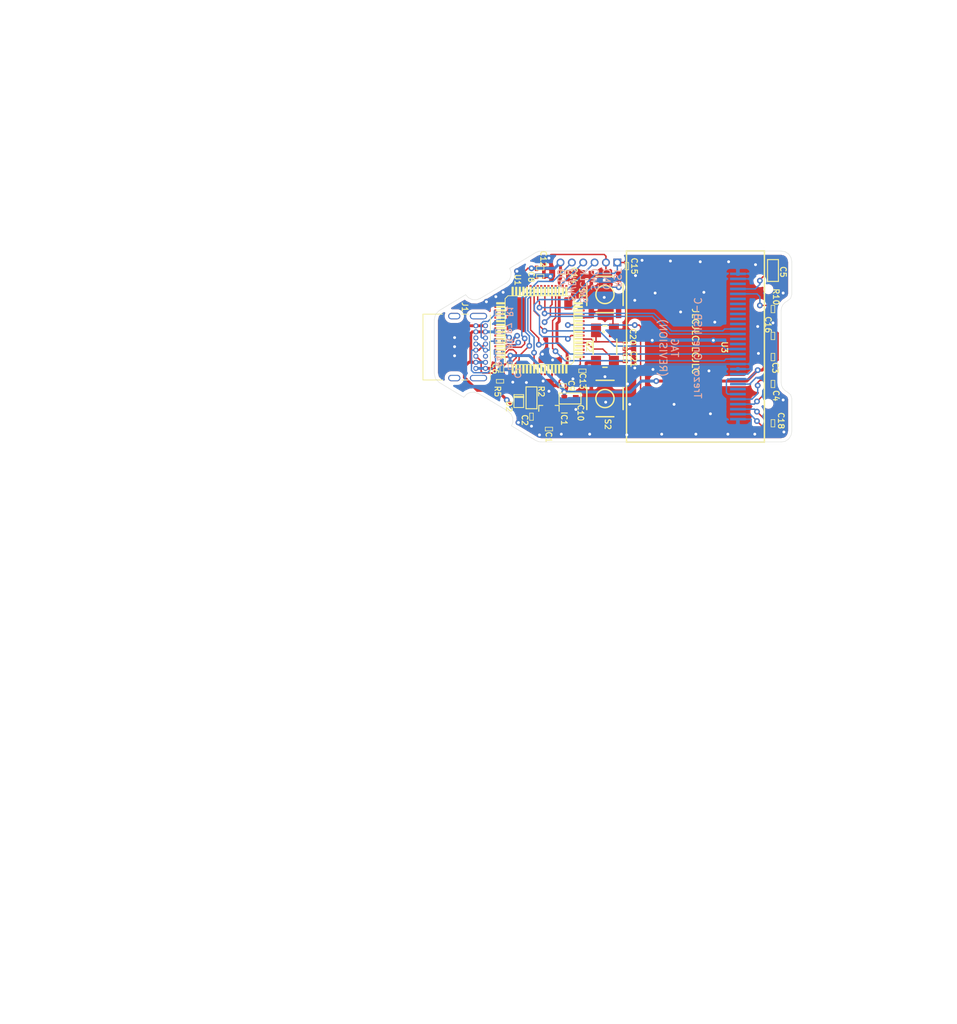
<source format=kicad_pcb>
(kicad_pcb (version 20211014) (generator pcbnew)
  (layers (0 "F.Cu" signal "Top") (31 "B.Cu" signal "Bottom") (34 "B.Paste" user) (35 "F.Paste" user) (36 "B.SilkS" user "B.Silkscreen") (37 "F.SilkS" user "F.Silkscreen") (38 "B.Mask" user) (39 "F.Mask" user) (44 "Edge.Cuts" user))
  (property "DATE" "YYYY-MM-DD HH:MM:SS")
  (property "REVISION" "REVISION")
  (property "TAG" "TAG")
  (net 0 "")
  (net 1 "GND")
  (net 2 "VCC")
  (net 3 "+3V3")
  (net 4 "+5V")
  (net 5 "Net-(C5-Pad2)")
  (net 6 "Net-(R10-PadP$2)")
  (net 13 "Net-(U1-Pad23)")
  (net 14 "Net-(U1-Pad21)")
  (net 17 "Net-(U1-Pad26)")
  (net 18 "Net-(U1-Pad27)")
  (net 19 "Net-(U1-Pad20)")
  (net 21 "Net-(C4-PadP$2)")
  (net 22 "Net-(C4-PadP$1)")
  (net 23 "Net-(C18-PadP$2)")
  (net 24 "Net-(C18-PadP$1)")
  (net 25 "Net-(C21-PadP$2)")
  (net 26 "Net-(C20-PadP$2)")
  (net 31 "Net-(U1-Pad55)")
  (net 34 "Net-(K2-Pad4)")
  (net 35 "Net-(C6-PadP$2)")
  (net 36 "Net-(K2-Pad5)")
  (net 37 "Net-(R4-PadP$1)")
  (net 38 "Net-(R3-PadP$1)")
  (net 40 "Net-(R7-PadP$1)")
  (net 44 "Net-(C8-PadP$2)")
  (net 55 "Net-(C15-PadP$2)")
  (net 56 "Net-(D2-PadK)")
  (net 57 "USB_SHIELD")
  (net 58 "USB_5V")
  (net 59 "USB_DP")
  (net 60 "USB_DM")
  (net 61 "Net-(J1-PadB5)")
  (net 62 "Net-(J1-PadA5)")
  (net 63 "Net-(S1-Pad1)")
  (net 64 "Net-(S2-Pad1)")
  (footprint "trezor_v1.1:UG-2864HSWEG01_0.96IN_WRAPAROUND" (layer "F.Cu") (at 164.7444 105.0036 90)
    (fp_text reference "U3")
    (fp_text value "DISPLAY")
  )
  (footprint "trezor_v1.1:TACTILE_SWITCH_SMD" (layer "F.Cu") (at 147.3708 97.7392 -90)
    (fp_text reference "S1")
    (fp_text value "SWITCH-MOMENTARY-2SMD" hide)
  )
  (footprint "trezor_v1.1:TACTILE_SWITCH_SMD" (layer "F.Cu") (at 147.3708 112.268 -90)
    (fp_text reference "S2")
    (fp_text value "SWITCH-MOMENTARY-2SMD" hide)
  )
  (footprint "trezor_v1.1:CTS406" (layer "F.Cu") (at 147.3708 105.0036 -90)
    (fp_text reference "Q2")
    (fp_text value "8MHz")
  )
  (footprint "trezor_v1.1:SOT23" (layer "F.Cu") (at 139.5476 113.8936)
    (fp_text reference "IC1")
    (fp_text value "MCP1703T-3302E/CB")
  )
  (footprint "trezor_v1.1:SWD" (layer "F.Cu") (at 149.098 93.2688 180)
    (fp_text reference "K2" hide)
    (fp_text value "SWD" hide)
  )
  (footprint "trezor_v1.1:0603" (layer "F.Cu") (at 137.1092 112.1664 -90)
    (fp_text reference "R2")
    (fp_text value "MF-FSMF020X-2 ")
  )
  (footprint "trezor_v1.1:SOD323" (layer "F.Cu") (at 135.3312 112.6236 90)
    (fp_text reference "D2")
    (fp_text value "BAT60BWS")
  )
  (footprint "trezor_v1.1:0402" (layer "F.Cu") (at 150.2156 104.8512 90)
    (fp_text reference "C20")
    (fp_text value "22p")
  )
  (footprint "trezor_v1.1:0402" (layer "F.Cu") (at 150.2156 106.5784 -90)
    (fp_text reference "C21")
    (fp_text value "22p")
  )
  (footprint "trezor_v1.1:0402" (layer "F.Cu") (at 138.3284 95.1992 180)
    (fp_text reference "C8")
    (fp_text value "2u2")
  )
  (footprint "trezor_v1.1:0402" (layer "F.Cu") (at 132.969 108.077 90)
    (fp_text reference "C6")
    (fp_text value "2u2")
  )
  (footprint "trezor_v1.1:0402" (layer "F.Cu") (at 141.478 110.4392)
    (fp_text reference "C9")
    (fp_text value "100n")
  )
  (footprint "trezor_v1.1:0402" (layer "F.Cu") (at 138.3284 94.0816 180)
    (fp_text reference "C12")
    (fp_text value "100n")
  )
  (footprint "trezor_v1.1:0402" (layer "F.Cu") (at 144.2212 108.4072 180)
    (fp_text reference "C13")
    (fp_text value "100n")
  )
  (footprint "trezor_v1.1:0402" (layer "F.Cu") (at 141.6812 94.6912 180)
    (fp_text reference "C14")
    (fp_text value "100n")
  )
  (footprint "trezor_v1.1:0402" (layer "F.Cu") (at 150.4188 93.7768 90)
    (fp_text reference "C15")
    (fp_text value "100n")
  )
  (footprint "trezor_v1.1:0402" (layer "F.Cu") (at 170.8404 103.5304 90)
    (fp_text reference "C16")
    (fp_text value "100n")
  )
  (footprint "trezor_v1.1:0402" (layer "F.Cu") (at 170.8404 110.236 90)
    (fp_text reference "C4")
    (fp_text value "1u")
  )
  (footprint "trezor_v1.1:0402" (layer "F.Cu") (at 170.8404 115.7224 90)
    (fp_text reference "C18")
    (fp_text value "1u")
  )
  (footprint "trezor_v1.1:0402" (layer "F.Cu") (at 139.5476 116.5352 180)
    (fp_text reference "C1")
    (fp_text value "1u")
  )
  (footprint "trezor_v1.1:0402" (layer "F.Cu") (at 137.1092 114.808 -90)
    (fp_text reference "C2")
    (fp_text value "1u")
  )
  (footprint "trezor_v1.1:0603" (layer "F.Cu") (at 142.494 112.268 180)
    (fp_text reference "C10")
    (fp_text value "4u7")
  )
  (footprint "trezor_v1.1:0402" (layer "F.Cu") (at 170.8404 99.7712 90)
    (fp_text reference "R10")
    (fp_text value "390k")
  )
  (footprint "trezor_v1.1:0603" (layer "F.Cu") (at 170.8404 94.3864 -90)
    (fp_text reference "C5")
    (fp_text value "2u2")
  )
  (footprint "Gigahawk:USB_C_Receptacle_GCT_USB4085" (layer "F.Cu") (at 130.683 102.108 -90)
    (fp_text reference "J1")
    (fp_text value "USB_C_Receptacle_USB2.0")
  )
  (footprint "trezor_v1.1:0402" (layer "F.Cu") (at 132.715 109.855)
    (fp_text reference "R5")
    (fp_text value "5.1k")
  )
  (footprint "trezor_v1.1:TQFP64" (layer "F.Cu") (at 138.2268 102.7176 180)
    (fp_text reference "U1")
    (fp_text value "STM32F205RET6")
  )
  (footprint "trezor_v1.1:0402" (layer "F.Cu") (at 170.8404 106.4768 -90)
    (fp_text reference "C3")
    (fp_text value "1u")
  )
  (footprint "trezor_v1.1:0402" (layer "B.Cu") (at 132.588 104.267 180)
    (fp_text reference "R3")
    (fp_text value "22R")
  )
  (footprint "trezor_v1.1:0402" (layer "B.Cu") (at 132.588 102.87 180)
    (fp_text reference "R7")
    (fp_text value "12k")
  )
  (footprint "trezor_v1.1:0402" (layer "B.Cu") (at 134.112 107.696 90)
    (fp_text reference "C7")
    (fp_text value "100n")
  )
  (footprint "trezor_v1.1:0402" (layer "B.Cu") (at 132.588 100.33)
    (fp_text reference "R1")
    (fp_text value "5.1k")
  )
  (footprint "trezor_v1.1:0402" (layer "B.Cu") (at 132.588 105.791 180)
    (fp_text reference "R4")
    (fp_text value "22R")
  )
  (gr_line (start 127.9144 97.7646) (end 128.2954 98.1964) (layer "Edge.Cuts") (width 0.05))
  (gr_line (start 172.212 99.187) (end 172.0342 99.568) (layer "Edge.Cuts") (width 0.05))
  (gr_line (start 129.413 98.4758) (end 129.9718 98.2726) (layer "Edge.Cuts") (width 0.05))
  (gr_line (start 128.8288 98.4504) (end 129.413 98.4758) (layer "Edge.Cuts") (width 0.05))
  (gr_line (start 128.2954 98.1964) (end 128.8288 98.4504) (layer "Edge.Cuts") (width 0.05))
  (gr_line (start 172.0342 99.568) (end 171.9834 99.9998) (layer "Edge.Cuts") (width 0.05))
  (gr_line (start 128.5748 111.4044) (end 128.0414 111.6584) (layer "Edge.Cuts") (width 0.05))
  (gr_line (start 128.0414 111.6584) (end 127.6604 112.0902) (layer "Edge.Cuts") (width 0.05))
  (gr_line (start 173.3042 111.7346) (end 172.8724 111.379) (layer "Edge.Cuts") (width 0.05))
  (gr_line (start 173.3042 98.2726) (end 173.482 97.7138) (layer "Edge.Cuts") (width 0.05))
  (gr_line (start 129.7178 111.5822) (end 133.8072 114.0206) (layer "Edge.Cuts") (width 0.05))
  (gr_line (start 173.355 117.4242) (end 173.482 116.84) (layer "Edge.Cuts") (width 0.05))
  (gr_line (start 172.8724 98.6282) (end 172.5168 98.8568) (layer "Edge.Cuts") (width 0.05))
  (gr_line (start 138.5062 118.3386) (end 171.9834 118.3386) (layer "Edge.Cuts") (width 0.05))
  (gr_line (start 172.5676 118.237) (end 173.0502 117.9068) (layer "Edge.Cuts") (width 0.05))
  (gr_line (start 172.5168 98.8568) (end 172.212 99.187) (layer "Edge.Cuts") (width 0.05))
  (gr_line (start 134.2644 94.6404) (end 134.0612 94.0816) (layer "Edge.Cuts") (width 0.05))
  (gr_line (start 173.0502 92.1004) (end 172.5422 91.7702) (layer "Edge.Cuts") (width 0.05))
  (gr_line (start 172.212 110.8202) (end 172.5168 111.1504) (layer "Edge.Cuts") (width 0.05))
  (gr_line (start 127.9144 97.7646) (end 124.2314 99.9744) (layer "Edge.Cuts") (width 0.05))
  (gr_line (start 138.5062 91.6686) (end 138.0998 91.7194) (layer "Edge.Cuts") (width 0.05))
  (gr_line (start 172.5422 91.7702) (end 171.9834 91.6686) (layer "Edge.Cuts") (width 0.05))
  (gr_line (start 134.239 114.427) (end 133.8072 114.0206) (layer "Edge.Cuts") (width 0.05))
  (gr_line (start 173.482 112.2934) (end 173.3042 111.7346) (layer "Edge.Cuts") (width 0.05))
  (gr_line (start 134.2136 95.2246) (end 134.2644 94.6404) (layer "Edge.Cuts") (width 0.05))
  (gr_line (start 173.355 92.583) (end 173.0502 92.1004) (layer "Edge.Cuts") (width 0.05))
  (gr_line (start 172.5168 111.1504) (end 172.8724 111.379) (layer "Edge.Cuts") (width 0.05))
  (gr_line (start 123.5202 108.7628) (end 123.698 109.4994) (layer "Edge.Cuts") (width 0.05))
  (gr_line (start 123.698 100.5078) (end 123.5202 101.2698) (layer "Edge.Cuts") (width 0.05))
  (gr_line (start 129.7178 111.5822) (end 129.159 111.379) (layer "Edge.Cuts") (width 0.05))
  (gr_line (start 123.698 109.4994) (end 124.2314 110.0328) (layer "Edge.Cuts") (width 0.05))
  (gr_line (start 172.8724 98.6282) (end 173.3042 98.2726) (layer "Edge.Cuts") (width 0.05))
  (gr_line (start 173.482 116.84) (end 173.482 112.2934) (layer "Edge.Cuts") (width 0.05))
  (gr_line (start 133.5532 96.139) (end 129.9718 98.2726) (layer "Edge.Cuts") (width 0.05))
  (gr_line (start 124.2314 110.0328) (end 127.6604 112.0902) (layer "Edge.Cuts") (width 0.05))
  (gr_line (start 171.9834 110.0074) (end 171.9834 99.9998) (layer "Edge.Cuts") (width 0.05))
  (gr_line (start 171.9834 118.3386) (end 172.5676 118.237) (layer "Edge.Cuts") (width 0.05))
  (gr_line (start 137.7188 118.1354) (end 138.0998 118.2878) (layer "Edge.Cuts") (width 0.05))
  (gr_line (start 137.7188 91.8718) (end 134.0612 94.0816) (layer "Edge.Cuts") (width 0.05))
  (gr_line (start 134.3152 116.078) (end 137.7188 118.1354) (layer "Edge.Cuts") (width 0.05))
  (gr_line (start 173.482 97.7138) (end 173.482 93.1672) (layer "Edge.Cuts") (width 0.05))
  (gr_line (start 124.2314 99.9744) (end 123.698 100.5078) (layer "Edge.Cuts") (width 0.05))
  (gr_line (start 133.5532 96.139) (end 133.985 95.758) (layer "Edge.Cuts") (width 0.05))
  (gr_line (start 138.0998 91.7194) (end 137.7188 91.8718) (layer "Edge.Cuts") (width 0.05))
  (gr_line (start 172.0342 110.4392) (end 172.212 110.8202) (layer "Edge.Cuts") (width 0.05))
  (gr_line (start 123.5202 101.2698) (end 123.5202 108.7628) (layer "Edge.Cuts") (width 0.05))
  (gr_line (start 173.0502 117.9068) (end 173.355 117.4242) (layer "Edge.Cuts") (width 0.05))
  (gr_line (start 138.0998 118.2878) (end 138.5062 118.3386) (layer "Edge.Cuts") (width 0.05))
  (gr_line (start 134.5184 115.5446) (end 134.493 114.9604) (layer "Edge.Cuts") (width 0.05))
  (gr_line (start 134.493 114.9604) (end 134.239 114.427) (layer "Edge.Cuts") (width 0.05))
  (gr_line (start 134.3152 116.078) (end 134.5184 115.5446) (layer "Edge.Cuts") (width 0.05))
  (gr_line (start 171.9834 110.0074) (end 172.0342 110.4392) (layer "Edge.Cuts") (width 0.05))
  (gr_line (start 129.159 111.379) (end 128.5748 111.4044) (layer "Edge.Cuts") (width 0.05))
  (gr_line (start 171.9834 91.6686) (end 138.5062 91.6686) (layer "Edge.Cuts") (width 0.05))
  (gr_line (start 133.985 95.758) (end 134.2136 95.2246) (layer "Edge.Cuts") (width 0.05))
  (gr_line (start 173.482 93.1672) (end 173.355 92.583) (layer "Edge.Cuts") (width 0.05))
  (gr_text "GND" (at 147.574 93.98 270) (layer "B.SilkS") (effects (font (size 1 1)) (justify right mirror)))
  (gr_text "SWO" (at 145.923 93.98 270) (layer "B.SilkS") (effects (font (size 1 1)) (justify right mirror)))
  (gr_text "SWCLK" (at 144.4 93.98 270) (layer "B.SilkS") (effects (font (size 1 1)) (justify right mirror)))
  (gr_text "SWDIO" (at 142.748 93.98 270) (layer "B.SilkS") (effects (font (size 1 1)) (justify right mirror)))
  (gr_text "VDD" (at 141.224 93.98 270) (layer "B.SilkS") (effects (font (size 1 1)) (justify right mirror)))
  (gr_text "RST" (at 149.1 93.98 270) (layer "B.SilkS") (effects (font (size 1 1)) (justify right mirror)))
  (gr_text "Trezor One USB-C\n\n${TAG}\n(${REVISION})" (at 157.9 105.2 270) (layer "B.SilkS") (effects (font (size 1 1)) (justify mirror)))
  (gr_text "JLCJLCJLCJLC" (at 160 104.3 -90) (layer "F.SilkS") (effects (font (size 0.9 0.9))))
  (segment (start 139.9768 110.1572) (end 140.2588 110.4392) (width 0.2032) (layer "F.Cu") (net 1))
  (segment (start 138.43 116.5352) (end 139.0396 116.5352) (width 0.2032) (layer "F.Cu") (net 1))
  (segment (start 141.4768 96.1148) (end 142.1892 95.4024) (width 0.2032) (layer "F.Cu") (net 1))
  (segment (start 147.2692 92.1512) (end 139.8524 92.1512) (width 0.2032) (layer "F.Cu") (net 1))
  (segment (start 137.6832 115.316) (end 137.8204 115.316) (width 0.2032) (layer "F.Cu") (net 1))
  (segment (start 139.9768 109.8296) (end 139.9768 110.1572) (width 0.2032) (layer "F.Cu") (net 1))
  (segment (start 138.7348 109.8296) (end 139.9768 109.8296) (width 0.2032) (layer "F.Cu") (net 1))
  (segment (start 145.4658 112.268) (end 145.4658 109.728) (width 0.2032) (layer "F.Cu") (net 1))
  (segment (start 142.1892 95.4024) (end 142.1892 94.6912) (width 0.2032) (layer "F.Cu") (net 1))
  (segment (start 139.8524 92.1512) (end 138.8364 93.1672) (width 0.2032) (layer "F.Cu") (net 1))
  (segment (start 144.7292 109.728) (end 145.4658 109.728) (width 0.2032) (layer "F.Cu") (net 1))
  (segment (start 140.2588 110.4392) (end 140.97 110.4392) (width 0.2032) (layer "F.Cu") (net 1))
  (segment (start 144.7292 108.4072) (end 144.7292 109.728) (width 0.2032) (layer "F.Cu") (net 1))
  (segment (start 147.5105 93.2688) (end 147.5105 94.7547) (width 0.2032) (layer "F.Cu") (net 1))
  (segment (start 138.8364 93.1672) (end 138.8364 94.0816) (width 0.2032) (layer "F.Cu") (net 1))
  (segment (start 145.4658 95.1992) (end 145.4658 100.2792) (width 0.2032) (layer "F.Cu") (net 1))
  (segment (start 141.4768 108.4176) (end 141.4768 109.3228) (width 0.2032) (layer "F.Cu") (net 1))
  (segment (start 145.4658 95.1992) (end 143.6116 95.1992) (width 0.2032) (layer "F.Cu") (net 1))
  (segment (start 143.6116 95.1992) (end 143.1036 94.6912) (width 0.2032) (layer "F.Cu") (net 1))
  (segment (start 147.5105 92.3925) (end 147.2692 92.1512) (width 0.2032) (layer "F.Cu") (net 1))
  (segment (start 137.1092 115.316) (end 137.6832 115.316) (width 0.2032) (layer "F.Cu") (net 1))
  (segment (start 143.294 112.268) (end 145.4658 112.268) (width 0.2032) (layer "F.Cu") (net 1))
  (segment (start 137.8204 115.316) (end 137.8204 115.0112) (width 0.2032) (layer "F.Cu") (net 1))
  (segment (start 138.8364 94.0816) (end 138.8364 95.1992) (width 0.2032) (layer "F.Cu") (net 1))
  (segment (start 145.4658 114.808) (end 145.4658 112.268) (width 0.2032) (layer "F.Cu") (net 1))
  (segment (start 145.4658 100.9676) (end 145.4658 100.2792) (width 0.2032) (layer "F.Cu") (net 1))
  (segment (start 141.0716 109.728) (end 140.97 109.8296) (width 0.2032) (layer "F.Cu") (net 1))
  (segment (start 147.066 95.1992) (end 145.4658 95.1992) (width 0.2032) (layer "F.Cu") (net 1))
  (segment (start 139.9768 108.4176) (end 139.9768 109.8296) (width 0.2032) (layer "F.Cu") (net 1))
  (segment (start 136.398 109.8296) (end 138.7348 109.8296) (width 0.2032) (layer "F.Cu") (net 1))
  (segment (start 147.5105 93.2688) (end 147.5105 92.3925) (width 0.2032) (layer "F.Cu") (net 1))
  (segment (start 141.4768 97.0176) (end 141.4768 96.1148) (width 0.2032) (layer "F.Cu") (net 1))
  (segment (start 147.5105 94.7547) (end 147.066 95.1992) (width 0.2032) (layer "F.Cu") (net 1))
  (segment (start 150.2156 106.0704) (end 150.2156 105.3592) (width 0.2032) (layer "F.Cu") (net 1))
  (segment (start 140.97 109.8296) (end 140.97 110.4392) (width 0.2032) (layer "F.Cu") (net 1))
  (segment (start 143.1036 94.6912) (end 142.1892 94.6912) (width 0.2032) (layer "F.Cu") (net 1))
  (segment (start 141.4768 109.3228) (end 141.0716 109.728) (width 0.2032) (layer "F.Cu") (net 1))
  (segment (start 143.9268 100.9676) (end 145.4658 100.9676) (width 0.2032) (layer "F.Cu") (net 1))
  (segment (start 150.2156 106.0704) (end 151.13 106.0704) (width 0.2032) (layer "F.Cu") (net 1))
  (segment (start 170.8276 93.5736) (end 170.8404 93.5864) (width 0.2032) (layer "F.Cu") (net 1))
  (segment (start 151.13 106.0704) (end 151.5364 106.4768) (width 0.2032) (layer "F.Cu") (net 1))
  (segment (start 147.3708 109.22) (end 147.3708 109.3216) (width 0.2032) (layer "F.Cu") (net 1))
  (segment (start 150.4188 94.2848) (end 150.4188 101.3968) (width 0.2032) (layer "F.Cu") (net 1))
  (segment (start 150.4188 101.3968) (end 150.4188 101.4984) (width 0.2032) (layer "F.Cu") (net 1))
  (segment (start 170.8404 101.7016) (end 170.8404 100.2792) (width 0.2032) (layer "F.Cu") (net 1))
  (segment (start 151.5364 106.4768) (end 151.5364 108.0008) (width 0.2032) (layer "F.Cu") (net 1))
  (segment (start 168.402 93.5736) (end 170.8276 93.5736) (width 0.2032) (layer "F.Cu") (net 1))
  (segment (start 147.3708 109.3216) (end 147.3708 109.4232) (width 0.2032) (layer "F.Cu") (net 1))
  (segment (start 147.3708 109.4232) (end 147.066 109.728) (width 0.2032) (layer "F.Cu") (net 1))
  (segment (start 147.066 109.728) (end 145.4658 109.728) (width 0.2032) (layer "F.Cu") (net 1))
  (segment (start 150.4188 94.2848) (end 151.0284 94.2848) (width 0.2032) (layer "F.Cu") (net 1))
  (segment (start 150.4188 102.2096) (end 150.4188 101.4984) (width 0.2032) (layer "F.Cu") (net 1))
  (segment (start 139.7508 95.1992) (end 138.8364 95.1992) (width 0.2032) (layer "F.Cu") (net 1))
  (segment (start 137.1092 116.1288) (end 137.1092 115.316) (width 0.2032) (layer "F.Cu") (net 1))
  (segment (start 137.1092 115.316) (end 136.6012 115.316) (width 0.2032) (layer "F.Cu") (net 1))
  (segment (start 170.8404 100.2792) (end 170.7388 100.2792) (width 0.2032) (layer "F.Cu") (net 1))
  (segment (start 139.0396 116.5352) (end 139.0396 117.2464) (width 0.2032) (layer "F.Cu") (net 1))
  (segment (start 143.294 113.7792) (end 143.3068 113.792) (width 0.2032) (layer "F.Cu") (net 1))
  (segment (start 151.5364 103.3272) (end 150.4188 102.2096) (width 0.2032) (layer "F.Cu") (net 1))
  (segment (start 170.7388 100.2792) (end 170.3324 100.2792) (width 0.2032) (layer "F.Cu") (net 1))
  (segment (start 151.0284 105.3592) (end 151.5364 104.8512) (width 0.2032) (layer "F.Cu") (net 1))
  (segment (start 150.2156 105.3592) (end 151.0284 105.3592) (width 0.2032) (layer "F.Cu") (net 1))
  (segment (start 151.5364 104.8512) (end 151.5364 103.3272) (width 0.2032) (layer "F.Cu") (net 1))
  (segment (start 143.294 112.268) (end 143.294 113.7792) (width 0.2032) (layer "F.Cu") (net 1))
  (segment (start 148.4884 98.1456) (end 148.4884 102.7176) (width 0.2032) (layer "F.Cu") (net 1))
  (segment (start 171.45 103.0224) (end 171.5516 103.124) (width 0.2032) (layer "F.Cu") (net 1))
  (segment (start 171.5516 103.124) (end 171.5516 106.8832) (width 0.2032) (layer "F.Cu") (net 1))
  (segment (start 170.8404 106.9848) (end 170.2308 106.9848) (width 0.2032) (layer "F.Cu") (net 1))
  (segment (start 138.5976 114.9936) (end 138.58 115.0112) (width 0.2032) (layer "F.Cu") (net 1))
  (segment (start 171.5516 106.8832) (end 171.45 106.9848) (width 0.2032) (layer "F.Cu") (net 1))
  (segment (start 138.58 115.0112) (end 137.8204 115.0112) (width 0.2032) (layer "F.Cu") (net 1))
  (segment (start 147.3708 109.3216) (end 146.2532 109.3216) (width 0.2032) (layer "F.Cu") (net 1))
  (segment (start 171.45 106.9848) (end 170.8404 106.9848) (width 0.2032) (layer "F.Cu") (net 1))
  (segment (start 147.2692 98.1456) (end 148.4884 98.1456) (width 0.2032) (layer "F.Cu") (net 1))
  (segment (start 170.8404 103.0224) (end 171.45 103.0224) (width 0.2032) (layer "F.Cu") (net 1))
  (segment (start 170.8404 103.0224) (end 170.2308 103.0224) (width 0.2032) (layer "F.Cu") (net 1))
  (segment (start 146.2532 109.3216) (end 146.2532 107.0864) (width 0.2032) (layer "F.Cu") (net 1))
  (segment (start 133.223 109.855) (end 133.223 108.839) (width 0.4) (layer "F.Cu") (net 1))
  (segment (start 133.223 108.839) (end 132.969 108.585) (width 0.4) (layer "F.Cu") (net 1))
  (segment (start 132.194 108.585) (end 132.969 108.585) (width 0.4) (layer "F.Cu") (net 1))
  (segment (start 130.683 102.108) (end 129.333 102.108) (width 0.4) (layer "F.Cu") (net 1))
  (segment (start 138.5976 114.9936) (end 138.5976 116.0932) (width 0.25) (layer "F.Cu") (net 1))
  (segment (start 138.5976 116.0932) (end 139.0396 116.5352) (width 0.25) (layer "F.Cu") (net 1))
  (segment (start 130.683 108.058) (end 131.667 108.058) (width 0.4) (layer "F.Cu") (net 1))
  (segment (start 131.667 108.058) (end 132.194 108.585) (width 0.4) (layer "F.Cu") (net 1))
  (segment (start 129.333 102.108) (end 128.016 102.108) (width 0.4) (layer "F.Cu") (net 1))
  (via (at 147.3708 109.22) (size 0.8064) (drill 0.4) (layers "F.Cu" "B.Cu") (net 1))
  (via (at 151.5364 108.0008) (size 0.8064) (drill 0.4) (layers "F.Cu" "B.Cu") (net 1))
  (via (at 168.8084 105.9688) (size 0.8064) (drill 0.4) (layers "F.Cu" "B.Cu") (net 1))
  (via (at 168.402 93.5736) (size 0.8064) (drill 0.4) (layers "F.Cu" "B.Cu") (net 1))
  (via (at 170.8404 101.7016) (size 0.8064) (drill 0.4) (layers "F.Cu" "B.Cu") (net 1))
  (via (at 137.1092 116.1288) (size 0.8064) (drill 0.4) (layers "F.Cu" "B.Cu") (net 1))
  (via (at 138.6332 106.0704) (size 0.8064) (drill 0.4) (layers "F.Cu" "B.Cu") (net 1))
  (via (at 142.9004 109.5248) (size 0.8064) (drill 0.4) (layers "F.Cu" "B.Cu") (net 1))
  (via (at 147.2692 95.7072) (size 0.8064) (drill 0.4) (layers "F.Cu" "B.Cu") (net 1))
  (via (at 162.5092 104.14) (size 0.8064) (drill 0.4) (layers "F.Cu" "B.Cu") (net 1))
  (via (at 153.9748 104.14) (size 0.8064) (drill 0.4) (layers "F.Cu" "B.Cu") (net 1))
  (via (at 138.7348 109.8296) (size 0.8064) (drill 0.4) (layers "F.Cu" "B.Cu") (net 1))
  (via (at 139.7508 95.1992) (size 0.8064) (drill 0.4) (layers "F.Cu" "B.Cu") (net 1))
  (via (at 133.1468 97.4344) (size 0.8064) (drill 0.4) (layers "F.Cu" "B.Cu") (net 1))
  (via (at 130.81 98.7552) (size 0.8064) (drill 0.4) (layers "F.Cu" "B.Cu") (net 1))
  (via (at 147.2692 98.1456) (size 0.8064) (drill 0.4) (layers "F.Cu" "B.Cu") (net 1))
  (via (at 143.3068 113.792) (size 0.8064) (drill 0.4) (layers "F.Cu" "B.Cu") (net 1))
  (via (at 132.1308 98.044) (size 0.8064) (drill 0.4) (layers "F.Cu" "B.Cu") (net 1))
  (via (at 154.3812 97.536) (size 0.8064) (drill 0.4) (layers "F.Cu" "B.Cu") (net 1))
  (via (at 152.5524 92.964) (size 0.8064) (drill 0.4) (layers "F.Cu" "B.Cu") (net 1))
  (via (at 162.1028 114.4016) (size 0.8064) (drill 0.4) (layers "F.Cu" "B.Cu") (net 1))
  (via (at 135.2804 115.6208) (size 0.8064) (drill 0.4) (layers "F.Cu" "B.Cu") (net 1))
  (via (at 160.6804 93.1672) (size 0.8064) (drill 0.4) (layers "F.Cu" "B.Cu") (net 1))
  (via (at 164.5412 117.2464) (size 0.8064) (drill 0.4) (layers "F.Cu" "B.Cu") (net 1))
  (via (at 168.7068 102.2096) (size 0.8064) (drill 0.4) (layers "F.Cu" "B.Cu") (net 1))
  (via (at 172.2628 112.4712) (size 0.8064) (drill 0.4) (layers "F.Cu" "B.Cu") (net 1))
  (via (at 156.5148 93.0656) (size 0.8064) (drill 0.4) (layers "F.Cu" "B.Cu") (net 1))
  (via (at 147.4724 112.776) (size 0.8064) (drill 0.4) (layers "F.Cu" "B.Cu") (net 1))
  (via (at 151.638 95.0976) (size 0.8064) (drill 0.4) (layers "F.Cu" "B.Cu") (net 1))
  (via (at 145.2372 117.2464) (size 0.8064) (drill 0.4) (layers "F.Cu" "B.Cu") (net 1))
  (via (at 138.2268 117.348) (size 0.8064) (drill 0.4) (layers "F.Cu" "B.Cu") (net 1))
  (via (at 161.1884 97.4344) (size 0.8064) (drill 0.4) (layers "F.Cu" "B.Cu") (net 1))
  (via (at 136.398 110.0328) (size 0.8064) (drill 0.4) (layers "F.Cu" "B.Cu") (net 1))
  (via (at 150.4188 117.348) (size 0.8064) (drill 0.4) (layers "F.Cu" "B.Cu") (net 1))
  (via (at 161.8996 108.4072) (size 0.8064) (drill 0.4) (layers "F.Cu" "B.Cu") (net 1))
  (via (at 139.5476 111.252) (size 0.8064) (drill 0.4) (layers "F.Cu" "B.Cu") (net 1))
  (via (at 168.3004 117.2464) (size 0.8064) (drill 0.4) (layers "F.Cu" "B.Cu") (net 1))
  (via (at 172.2628 97.536) (size 0.8064) (drill 0.4) (layers "F.Cu" "B.Cu") (net 1))
  (via (at 151.5364 98.552) (size 0.8064) (drill 0.4) (layers "F.Cu" "B.Cu") (net 1))
  (via (at 140.0556 106.8832) (size 0.8064) (drill 0.4) (layers "F.Cu" "B.Cu") (net 1))
  (via (at 139.5476 92.6592) (size 0.8064) (drill 0.4) (layers "F.Cu" "B.Cu") (net 1))
  (via (at 162.7124 101.6) (size 0.8064) (drill 0.4) (layers "F.Cu" "B.Cu") (net 1))
  (via (at 141.2748 117.2464) (size 0.8064) (drill 0.4) (layers "F.Cu" "B.Cu") (net 1))
  (via (at 172.3644 116.9416) (size 0.8064) (drill 0.4) (layers "F.Cu" "B.Cu") (net 1))
  (via (at 155.2956 117.2464) (size 0.8064) (drill 0.4) (layers "F.Cu" "B.Cu") (net 1))
  (via (at 157.0228 113.0808) (size 0.8064) (drill 0.4) (layers "F.Cu" "B.Cu") (net 1))
  (via (at 154.0764 108.204) (size 0.8064) (drill 0.4) (layers "F.Cu" "B.Cu") (net 1))
  (via (at 135.0772 94.488) (size 0.8064) (drill 0.4) (layers "F.Cu" "B.Cu") (net 1))
  (via (at 164.6428 93.1672) (size 0.8064) (drill 0.4) (layers "F.Cu" "B.Cu") (net 1))
  (via (at 150.5204 110.236) (size 0.8064) (drill 0.4) (layers "F.Cu" "B.Cu") (net 1))
  (via (at 157.9372 100.1776) (size 0.8064) (drill 0.4) (layers "F.Cu" "B.Cu") (net 1))
  (via (at 160.0708 117.2464) (size 0.8064) (drill 0.4) (layers "F.Cu" "B.Cu") (net 1))
  (via (at 150.8252 113.0808) (size 0.8064) (drill 0.4) (layers "F.Cu" "B.Cu") (net 1))
  (via (at 126.365 103.759) (size 0.8) (drill 0.4) (layers "F.Cu" "B.Cu") (net 1))
  (via (at 126.365 105.029) (size 0.8) (drill 0.4) (layers "F.Cu" "B.Cu") (net 1))
  (via (at 134.493 109.982) (size 0.8) (drill 0.4) (layers "F.Cu" "B.Cu") (net 1))
  (via (at 126.365 106.299) (size 0.8) (drill 0.4) (layers "F.Cu" "B.Cu") (net 1))
  (segment (start 165.9444 107.4536) (end 167.4252 107.4536) (width 0.2032) (layer "B.Cu") (net 1))
  (segment (start 167.122 115.1536) (end 167.7924 115.1536) (width 0.2032) (layer "B.Cu") (net 1))
  (segment (start 167.7924 116.2304) (end 169.926 116.2304) (width 0.2032) (layer "B.Cu") (net 1))
  (segment (start 165.9444 115.1536) (end 167.122 115.1536) (width 0.2032) (layer "B.Cu") (net 1))
  (segment (start 167.7924 115.1536) (end 167.7924 115.6208) (width 0.2032) (layer "B.Cu") (net 1))
  (segment (start 167.7924 115.6208) (end 167.7924 116.2304) (width 0.2032) (layer "B.Cu") (net 1))
  (segment (start 169.926 116.2304) (end 170.8404 115.316) (width 0.2032) (layer "B.Cu") (net 1))
  (segment (start 168.402 94.3864) (end 168.402 93.5736) (width 0.2032) (layer "B.Cu") (net 1))
  (segment (start 147.3708 108.6104) (end 147.3708 109.22) (width 0.2032) (layer "B.Cu") (net 1))
  (segment (start 151.5364 108.0008) (end 147.9804 108.0008) (width 0.2032) (layer "B.Cu") (net 1))
  (segment (start 147.9804 108.0008) (end 147.5232 108.458) (width 0.2032) (layer "B.Cu") (net 1))
  (segment (start 152.998 107.4536) (end 152.4508 108.0008) (width 0.2032) (layer "B.Cu") (net 1))
  (segment (start 170.8404 101.7016) (end 170.8404 99.568) (width 0.2032) (layer "B.Cu") (net 1))
  (segment (start 147.5232 108.458) (end 147.3708 108.6104) (width 0.2032) (layer "B.Cu") (net 1))
  (segment (start 167.894 107.3912) (end 167.894 106.9848) (width 0.2032) (layer "B.Cu") (net 1))
  (segment (start 167.894 107.7976) (end 167.894 107.3912) (width 0.2032) (layer "B.Cu") (net 1))
  (segment (start 165.9444 95.5536) (end 168.0476 95.5536) (width 0.2032) (layer "B.Cu") (net 1))
  (segment (start 170.8404 106.0704) (end 170.8404 101.8032) (width 0.2032) (layer "B.Cu") (net 1))
  (segment (start 171.2468 99.1616) (end 171.2468 96.4184) (width 0.2032) (layer "B.Cu") (net 1))
  (segment (start 152.4508 108.0008) (end 151.5364 108.0008) (width 0.2032) (layer "B.Cu") (net 1))
  (segment (start 168.5036 109.3216) (end 170.8404 109.3216) (width 0.2032) (layer "B.Cu") (net 1))
  (segment (start 165.9444 94.8536) (end 168.402 94.8536) (width 0.2032) (layer "B.Cu") (net 1))
  (segment (start 170.8404 109.3216) (end 170.8404 106.0704) (width 0.2032) (layer "B.Cu") (net 1))
  (segment (start 170.8404 99.568) (end 171.2468 99.1616) (width 0.2032) (layer "B.Cu") (net 1))
  (segment (start 153.506 107.4536) (end 152.998 107.4536) (width 0.2032) (layer "B.Cu") (net 1))
  (segment (start 171.3484 114.808) (end 171.3484 112.3696) (width 0.2032) (layer "B.Cu") (net 1))
  (segment (start 170.8404 101.8032) (end 170.8404 101.7016) (width 0.2032) (layer "B.Cu") (net 1))
  (segment (start 171.3484 112.3696) (end 170.8404 111.8616) (width 0.2032) (layer "B.Cu") (net 1))
  (segment (start 167.4252 107.4536) (end 167.894 107.4536) (width 0.2032) (layer "B.Cu") (net 1))
  (segment (start 165.9444 108.8536) (end 167.346 108.8536) (width 0.2032) (layer "B.Cu") (net 1))
  (segment (start 167.346 108.8536) (end 167.4876 108.712) (width 0.2032) (layer "B.Cu") (net 1))
  (segment (start 165.9444 108.1536) (end 167.894 108.1536) (width 0.2032) (layer "B.Cu") (net 1))
  (segment (start 167.5716 110.2536) (end 168.5036 109.3216) (width 0.2032) (layer "B.Cu") (net 1))
  (segment (start 168.8084 105.9688) (end 170.8404 105.9688) (width 0.2032) (layer "B.Cu") (net 1))
  (segment (start 167.894 107.8992) (end 167.894 107.7976) (width 0.2032) (layer "B.Cu") (net 1))
  (segment (start 167.894 108.1536) (end 167.894 107.7976) (width 0.2032) (layer "B.Cu") (net 1))
  (segment (start 167.894 106.8832) (end 168.8084 105.9688) (width 0.2032) (layer "B.Cu") (net 1))
  (segment (start 167.894 108.3056) (end 167.894 107.7976) (width 0.2032) (layer "B.Cu") (net 1))
  (segment (start 168.402 94.8536) (end 168.402 94.3864) (width 0.2032) (layer "B.Cu") (net 1))
  (segment (start 171.2468 96.4184) (end 170.8404 96.012) (width 0.2032) (layer "B.Cu") (net 1))
  (segment (start 170.8404 94.5896) (end 169.8244 93.5736) (width 0.2032) (layer "B.Cu") (net 1))
  (segment (start 170.8404 115.316) (end 171.3484 114.808) (width 0.2032) (layer "B.Cu") (net 1))
  (segment (start 167.5716 110.2536) (end 165.9444 110.2536) (width 0.2032) (layer "B.Cu") (net 1))
  (segment (start 170.8404 105.9688) (end 170.8404 106.0704) (width 0.2032) (layer "B.Cu") (net 1))
  (segment (start 168.0476 95.5536) (end 168.402 95.1992) (width 0.2032) (layer "B.Cu") (net 1))
  (segment (start 165.9444 107.4536) (end 153.506 107.4536) (width 0.2032) (layer "B.Cu") (net 1))
  (segment (start 167.894 107.4536) (end 167.894 107.3912) (width 0.2032) (layer "B.Cu") (net 1))
  (segment (start 168.402 95.1992) (end 168.402 94.3864) (width 0.2032) (layer "B.Cu") (net 1))
  (segment (start 167.4876 108.712) (end 167.894 108.3056) (width 0.2032) (layer "B.Cu") (net 1))
  (segment (start 170.8404 96.012) (end 170.8404 94.5896) (width 0.2032) (layer "B.Cu") (net 1))
  (segment (start 170.8404 111.8616) (end 170.8404 109.3216) (width 0.2032) (layer "B.Cu") (net 1))
  (segment (start 167.894 106.9848) (end 167.894 106.8832) (width 0.2032) (layer "B.Cu") (net 1))
  (segment (start 169.8244 93.5736) (end 168.402 93.5736) (width 0.2032) (layer "B.Cu") (net 1))
  (segment (start 131.9276 98.7552) (end 135.382 95.3008) (width 0.2032) (layer "B.Cu") (net 1))
  (segment (start 138.7348 113.792) (end 138.7348 114.5032) (width 0.2032) (layer "B.Cu") (net 1))
  (segment (start 138.7348 109.8296) (end 138.7348 113.792) (width 0.2032) (layer "B.Cu") (net 1))
  (segment (start 135.382 95.3008) (end 135.4836 95.1992) (width 0.2032) (layer "B.Cu") (net 1))
  (segment (start 135.4836 95.1992) (end 139.7508 95.1992) (width 0.2032) (layer "B.Cu") (net 1))
  (segment (start 130.81 98.7552) (end 131.9276 98.7552) (width 0.2032) (layer "B.Cu") (net 1))
  (segment (start 138.7348 114.5032) (end 137.1092 116.1288) (width 0.2032) (layer "B.Cu") (net 1))
  (segment (start 143.3068 113.792) (end 138.7348 113.792) (width 0.2032) (layer "B.Cu") (net 1))
  (segment (start 129.333 108.058) (end 130.683 108.058) (width 0.4) (layer "B.Cu") (net 1))
  (segment (start 141.1605 94.6785) (end 141.1732 94.6912) (width 0.2032) (layer "F.Cu") (net 3))
  (segment (start 141.694 111.3408) (end 141.986 111.0488) (width 0.4064) (layer "F.Cu") (net 3))
  (segment (start 141.694 111.3408) (end 141.694 111.76) (width 0.2032) (layer "F.Cu") (net 3))
  (segment (start 133.9688 106.4676) (end 134.1628 106.2736) (width 0.2032) (layer "F.Cu") (net 3))
  (segment (start 141.986 111.0488) (end 141.986 110.4392) (width 0.4064) (layer "F.Cu") (net 3))
  (segment (start 143.7132 108.4072) (end 143.7132 109.9312) (width 0.2032) (layer "F.Cu") (net 3))
  (segment (start 136.398 94.2848) (end 136.6012 94.0816) (width 0.2032) (layer "F.Cu") (net 3))
  (segment (start 136.6012 94.0816) (end 137.1092 94.0816) (width 0.2032) (layer "F.Cu") (net 3))
  (segment (start 141.694 112.268) (end 141.694 111.76) (width 0.4064) (layer "F.Cu") (net 3))
  (segment (start 137.1092 94.0816) (end 137.8204 94.0816) (width 0.2032) (layer "F.Cu") (net 3))
  (segment (start 134.0196 106.4168) (end 134.1628 106.2736) (width 0.2032) (layer "F.Cu") (net 3))
  (segment (start 141.694 111.76) (end 141.694 111.3408) (width 0.4064) (layer "F.Cu") (net 3))
  (segment (start 143.7132 109.9312) (end 143.2052 110.4392) (width 0.2032) (layer "F.Cu") (net 3))
  (segment (start 143.2052 110.4392) (end 141.986 110.4392) (width 0.2032) (layer "F.Cu") (net 3))
  (segment (start 134.4768 97.0176) (end 134.4768 96.206) (width 0.2032) (layer "F.Cu") (net 3))
  (segment (start 140.4976 114.7724) (end 141.6812 113.5888) (width 0.4064) (layer "F.Cu") (net 3))
  (segment (start 141.1605 93.2688) (end 141.1605 94.6785) (width 0.4064) (layer "F.Cu") (net 3))
  (segment (start 141.1732 95.504) (end 141.1732 94.6912) (width 0.4064) (layer "F.Cu") (net 3))
  (segment (start 140.4976 114.9936) (end 140.4976 116.0932) (width 0.2032) (layer "F.Cu") (net 3))
  (segment (start 137.1092 94.0816) (end 136.6012 94.0816) (width 0.2032) (layer "F.Cu") (net 3))
  (segment (start 140.9768 97.0176) (end 140.9768 97.9492) (width 0.2032) (layer "F.Cu") (net 3))
  (segment (start 140.9768 97.9492) (end 140.9768 100.4824) (width 0.4064) (layer "F.Cu") (net 3))
  (segment (start 140.9768 100.4824) (end 140.9768 101.2884) (width 0.4064) (layer "F.Cu") (net 3))
  (segment (start 132.5268 106.4676) (end 133.9688 106.4676) (width 0.2032) (layer "F.Cu") (net 3))
  (segment (start 140.4976 116.0932) (end 140.0556 116.5352) (width 0.2032) (layer "F.Cu") (net 3))
  (segment (start 140.9768 101.2884) (end 140.9768 101.4916) (width 0.4064) (layer "F.Cu") (net 3))
  (segment (start 140.9768 101.4916) (end 140.6652 101.8032) (width 0.4064) (layer "F.Cu") (net 3))
  (segment (start 140.6652 101.8032) (end 140.6652 104.4448) (width 0.4064) (layer "F.Cu") (net 3))
  (segment (start 140.6652 104.4448) (end 140.9768 104.7564) (width 0.4064) (layer "F.Cu") (net 3))
  (segment (start 134.4768 96.206) (end 136.398 94.2848) (width 0.2032) (layer "F.Cu") (net 3))
  (segment (start 141.6812 113.5888) (end 141.6812 112.2808) (width 0.4064) (layer "F.Cu") (net 3))
  (segment (start 141.6812 112.2808) (end 141.694 112.268) (width 0.4064) (layer "F.Cu") (net 3))
  (segment (start 140.4976 114.9936) (end 140.4976 114.7724) (width 0.4064) (layer "F.Cu") (net 3))
  (segment (start 142.0876 107.5944) (end 142.0876 108.4072) (width 0.4064) (layer "F.Cu") (net 3))
  (segment (start 169.6212 106.3752) (end 169.6212 108.0008) (width 0.4064) (layer "F.Cu") (net 3))
  (segment (start 142.0876 108.4072) (end 142.0876 110.3376) (width 0.4064) (layer "F.Cu") (net 3))
  (segment (start 142.0876 105.8672) (end 142.0876 107.5944) (width 0.4064) (layer "F.Cu") (net 3))
  (segment (start 154.5336 109.8296) (end 167.1828 109.8296) (width 0.4064) (layer "F.Cu") (net 3))
  (segment (start 169.6212 108.0008) (end 169.3164 108.3056) (width 0.4064) (layer "F.Cu") (net 3))
  (segment (start 143.9268 106.4676) (end 143.9268 107.4824) (width 0.2032) (layer "F.Cu") (net 3))
  (segment (start 143.9268 107.4824) (end 143.7132 107.696) (width 0.2032) (layer "F.Cu") (net 3))
  (segment (start 169.3164 108.3056) (end 168.7068 108.3056) (width 0.4064) (layer "F.Cu") (net 3))
  (segment (start 143.7132 107.696) (end 143.7132 108.4072) (width 0.2032) (layer "F.Cu") (net 3))
  (segment (start 170.8404 105.9688) (end 170.0276 105.9688) (width 0.4064) (layer "F.Cu") (net 3))
  (segment (start 142.0876 110.3376) (end 141.986 110.4392) (width 0.4064) (layer "F.Cu") (net 3))
  (segment (start 170.0276 105.9688) (end 169.6212 106.3752) (width 0.4064) (layer "F.Cu") (net 3))
  (segment (start 140.9768 97.0176) (end 140.9768 96.0188) (width 0.2032) (layer "F.Cu") (net 3))
  (segment (start 140.9768 96.0188) (end 140.97 96.1136) (width 0.2032) (layer "F.Cu") (net 3))
  (segment (start 140.9916 100.4676) (end 140.9768 100.4824) (width 0.2032) (layer "F.Cu") (net 3))
  (segment (start 141.9768 105.7564) (end 141.6812 105.4608) (width 0.4064) (layer "F.Cu") (net 3))
  (segment (start 140.9768 104.7564) (end 141.6812 105.4608) (width 0.4064) (layer "F.Cu") (net 3))
  (segment (start 142.0772 108.4176) (end 142.0876 108.4072) (width 0.2032) (layer "F.Cu") (net 3))
  (segment (start 143.9268 100.4676) (end 140.9916 100.4676) (width 0.2032) (layer "F.Cu") (net 3))
  (segment (start 141.9768 108.4176) (end 142.0772 108.4176) (width 0.2032) (layer "F.Cu") (net 3))
  (segment (start 141.9768 105.7564) (end 142.0876 105.8672) (width 0.4064) (layer "F.Cu") (net 3))
  (segment (start 170.8404 104.0384) (end 170.8404 105.9688) (width 0.4064) (layer "F.Cu") (net 3))
  (segment (start 140.97 96.1136) (end 140.97 95.7072) (width 0.4064) (layer "F.Cu") (net 3))
  (segment (start 167.1828 109.8296) (end 168.7068 108.3056) (width 0.4064) (layer "F.Cu") (net 3))
  (segment (start 140.97 95.7072) (end 141.1732 95.504) (width 0.4064) (layer "F.Cu") (net 3))
  (via (at 141.694 111.3408) (size 0.8064) (drill 0.4) (layers "F.Cu" "B.Cu") (net 3))
  (via (at 137.1092 94.0816) (size 0.8064) (drill 0.4) (layers "F.Cu" "B.Cu") (net 3))
  (via (at 134.1628 106.2736) (size 0.8064) (drill 0.4) (layers "F.Cu" "B.Cu") (net 3))
  (via (at 154.5336 109.8296) (size 0.8064) (drill 0.4) (layers "F.Cu" "B.Cu") (net 3))
  (via (at 168.7068 108.3056) (size 0.8064) (drill 0.4) (layers "F.Cu" "B.Cu") (net 3))
  (segment (start 164.5364 111.6536) (end 164.338 111.4552) (width 0.2032) (layer "B.Cu") (net 3))
  (segment (start 136.8044 106.2736) (end 141.3764 110.8456) (width 0.4064) (layer "B.Cu") (net 3))
  (segment (start 141.3764 110.8456) (end 141.694 111.1632) (width 0.4064) (layer "B.Cu") (net 3))
  (segment (start 141.694 111.1632) (end 141.694 111.3408) (width 0.4064) (layer "B.Cu") (net 3))
  (segment (start 140.3477 94.0816) (end 139.1412 94.0816) (width 0.4064) (layer "B.Cu") (net 3))
  (segment (start 165.9444 111.6536) (end 164.5364 111.6536) (width 0.2032) (layer "B.Cu") (net 3))
  (segment (start 164.338 109.728) (end 164.338 111.4552) (width 0.2032) (layer "B.Cu") (net 3))
  (segment (start 134.1628 106.2736) (end 136.8044 106.2736) (width 0.4064) (layer "B.Cu") (net 3))
  (segment (start 139.1412 94.0816) (end 137.1092 94.0816) (width 0.4064) (layer "B.Cu") (net 3))
  (segment (start 141.1605 93.2688) (end 140.3477 94.0816) (width 0.4064) (layer "B.Cu") (net 3))
  (segment (start 164.5124 109.5536) (end 164.338 109.728) (width 0.2032) (layer "B.Cu") (net 3))
  (segment (start 165.9444 109.5536) (end 164.5124 109.5536) (width 0.2032) (layer "B.Cu") (net 3))
  (segment (start 165.9444 109.5536) (end 167.4588 109.5536) (width 0.2032) (layer "B.Cu") (net 3))
  (segment (start 141.7068 111.3536) (end 141.694 111.3408) (width 0.2032) (layer "B.Cu") (net 3))
  (segment (start 144.7292 111.3536) (end 141.7068 111.3536) (width 0.4064) (layer "B.Cu") (net 3))
  (segment (start 150.9268 111.3536) (end 152.4508 109.8296) (width 0.4064) (layer "B.Cu") (net 3))
  (segment (start 153.67 109.8296) (end 154.5336 109.8296) (width 0.4064) (layer "B.Cu") (net 3))
  (segment (start 144.7292 111.3536) (end 150.9268 111.3536) (width 0.4064) (layer "B.Cu") (net 3))
  (segment (start 167.4588 109.5536) (end 168.7068 108.3056) (width 0.2032) (layer "B.Cu") (net 3))
  (segment (start 152.4508 109.8296) (end 153.67 109.8296) (width 0.4064) (layer "B.Cu") (net 3))
  (segment (start 142.9004 111.3536) (end 141.6812 111.3536) (width 0.2032) (layer "B.Cu") (net 3))
  (segment (start 141.6812 111.3536) (end 141.694 111.3408) (width 0.2032) (layer "B.Cu") (net 3))
  (segment (start 134.112 107.188) (end 134.112 106.3244) (width 0.4) (layer "B.Cu") (net 3))
  (segment (start 134.112 106.3244) (end 134.1628 106.2736) (width 0.4) (layer "B.Cu") (net 3))
  (segment (start 137.1092 112.9664) (end 137.1092 114.3) (width 0.2032) (layer "F.Cu") (net 4))
  (segment (start 139.5476 112.9664) (end 139.5476 112.7936) (width 0.4064) (layer "F.Cu") (net 4))
  (segment (start 137.1092 112.9664) (end 139.5476 112.9664) (width 0.4064) (layer "F.Cu") (net 4))
  (segment (start 169.5196 95.1992) (end 170.8276 95.1992) (width 0.2032) (layer "F.Cu") (net 5))
  (segment (start 169.0116 95.7072) (end 169.5196 95.1992) (width 0.2032) (layer "F.Cu") (net 5))
  (segment (start 170.8276 95.1992) (end 170.8404 95.1864) (width 0.2032) (layer "F.Cu") (net 5))
  (segment (start 169.0116 95.8088) (end 169.0116 95.7072) (width 0.2032) (layer "F.Cu") (net 5))
  (via (at 169.0116 95.8088) (size 0.8064) (drill 0.4) (layers "F.Cu" "B.Cu") (net 5))
  (segment (start 165.9444 96.9536) (end 168.3748 96.9536) (width 0.2032) (layer "B.Cu") (net 5))
  (segment (start 169.0116 96.3168) (end 168.3748 96.9536) (width 0.2032) (layer "B.Cu") (net 5))
  (segment (start 169.0116 95.8088) (end 169.0116 96.3168) (width 0.2032) (layer "B.Cu") (net 5))
  (segment (start 169.0116 99.2632) (end 170.8404 99.2632) (width 0.2032) (layer "F.Cu") (net 6))
  (via (at 169.0116 99.2632) (size 0.8064) (drill 0.4) (layers "F.Cu" "B.Cu") (net 6))
  (segment (start 167.2006 97.6536) (end 168.6212 97.6536) (width 0.2032) (layer "B.Cu") (net 6))
  (segment (start 168.6212 97.6536) (end 169.0116 98.044) (width 0.2032) (layer "B.Cu") (net 6))
  (segment (start 169.0116 98.044) (end 169.0116 99.1616) (width 0.2032) (layer "B.Cu") (net 6))
  (segment (start 169.0116 99.1616) (end 169.0116 99.2632) (width 0.2032) (layer "B.Cu") (net 6))
  (segment (start 165.9444 97.6536) (end 167.2006 97.6536) (width 0.2032) (layer "B.Cu") (net 6))
  (segment (start 138.9768 97.0176) (end 138.9768 100.342) (width 0.2032) (layer "F.Cu") (net 13))
  (segment (start 138.9768 100.342) (end 138.938 100.3808) (width 0.2032) (layer "F.Cu") (net 13))
  (via (at 138.938 100.3808) (size 0.8064) (drill 0.4) (layers "F.Cu" "B.Cu") (net 13))
  (segment (start 157.3276 102.8192) (end 156.6595 102.8192) (width 0.2032) (layer "B.Cu") (net 13))
  (segment (start 154.2211 100.3808) (end 138.938 100.3808) (width 0.2032) (layer "B.Cu") (net 13))
  (segment (start 164.0956 102.5536) (end 164.0332 102.616) (width 0.2032) (layer "B.Cu") (net 13))
  (segment (start 156.6595 102.8192) (end 156.3939 102.5536) (width 0.2032) (layer "B.Cu") (net 13))
  (segment (start 163.83 102.8192) (end 157.3276 102.8192) (width 0.2032) (layer "B.Cu") (net 13))
  (segment (start 164.0332 102.616) (end 163.83 102.8192) (width 0.2032) (layer "B.Cu") (net 13))
  (segment (start 156.3939 102.5536) (end 154.2211 100.3808) (width 0.2032) (layer "B.Cu") (net 13))
  (segment (start 165.9444 102.5536) (end 164.0956 102.5536) (width 0.2032) (layer "B.Cu") (net 13))
  (segment (start 139.9768 97.0176) (end 139.9768 99.1388) (width 0.2032) (layer "F.Cu") (net 14))
  (segment (start 139.7508 99.3648) (end 139.7508 100.7872) (width 0.2032) (layer "F.Cu") (net 14))
  (segment (start 139.9768 99.1388) (end 139.7508 99.3648) (width 0.2032) (layer "F.Cu") (net 14))
  (segment (start 138.938 101.6) (end 139.7508 100.7872) (width 0.2032) (layer "F.Cu") (net 14))
  (via (at 138.938 101.6) (size 0.8064) (drill 0.4) (layers "F.Cu" "B.Cu") (net 14))
  (segment (start 139.7508 100.7872) (end 138.938 101.6) (width 0.2032) (layer "B.Cu") (net 14))
  (segment (start 165.9444 103.2536) (end 156.4412 103.2536) (width 0.2032) (layer "B.Cu") (net 14))
  (segment (start 156.4412 103.2536) (end 153.9748 100.7872) (width 0.2032) (layer "B.Cu") (net 14))
  (segment (start 153.9748 100.7872) (end 139.7508 100.7872) (width 0.2032) (layer "B.Cu") (net 14))
  (segment (start 138.2268 100.7872) (end 138.2268 102.108) (width 0.2032) (layer "F.Cu") (net 17))
  (segment (start 137.4768 99.1228) (end 137.4768 100.0372) (width 0.2032) (layer "F.Cu") (net 17))
  (segment (start 137.4768 100.0372) (end 138.2268 100.7872) (width 0.2032) (layer "F.Cu") (net 17))
  (segment (start 138.2268 102.108) (end 138.938 102.8192) (width 0.2032) (layer "F.Cu") (net 17))
  (segment (start 137.4768 97.0176) (end 137.4768 99.1228) (width 0.2032) (layer "F.Cu") (net 17))
  (via (at 138.938 102.8192) (size 0.8064) (drill 0.4) (layers "F.Cu" "B.Cu") (net 17))
  (segment (start 139.4554 102.8192) (end 146.5724 102.8192) (width 0.2032) (layer "B.Cu") (net 17))
  (segment (start 163.8244 104.9472) (end 148.7004 104.9472) (width 0.2032) (layer "B.Cu") (net 17))
  (segment (start 165.9444 105.3536) (end 164.2308 105.3536) (width 0.2032) (layer "B.Cu") (net 17))
  (segment (start 138.938 102.8192) (end 139.4554 102.8192) (width 0.2032) (layer "B.Cu") (net 17))
  (segment (start 164.2308 105.3536) (end 163.8244 104.9472) (width 0.2032) (layer "B.Cu") (net 17))
  (segment (start 146.5724 102.8192) (end 148.7004 104.9472) (width 0.2032) (layer "B.Cu") (net 17))
  (segment (start 136.9768 99.2324) (end 136.9768 102.6868) (width 0.2032) (layer "F.Cu") (net 18))
  (segment (start 136.9768 102.6868) (end 138.1252 103.8352) (width 0.2032) (layer "F.Cu") (net 18))
  (segment (start 136.9768 97.0176) (end 136.9768 99.2324) (width 0.2032) (layer "F.Cu") (net 18))
  (segment (start 138.1252 104.7496) (end 138.1252 103.8352) (width 0.2032) (layer "F.Cu") (net 18))
  (via (at 138.1252 104.7496) (size 0.8064) (drill 0.4) (layers "F.Cu" "B.Cu") (net 18))
  (segment (start 141.0716 104.648) (end 140.97 104.5464) (width 0.2032) (layer "B.Cu") (net 18))
  (segment (start 148.0698 106.0536) (end 142.4772 106.0536) (width 0.2032) (layer "B.Cu") (net 18))
  (segment (start 140.97 104.5464) (end 138.938 104.5464) (width 0.2032) (layer "B.Cu") (net 18))
  (segment (start 138.938 104.5464) (end 138.7348 104.7496) (width 0.2032) (layer "B.Cu") (net 18))
  (segment (start 142.4772 106.0536) (end 141.1732 104.7496) (width 0.2032) (layer "B.Cu") (net 18))
  (segment (start 165.9444 106.0536) (end 148.0698 106.0536) (width 0.2032) (layer "B.Cu") (net 18))
  (segment (start 141.1732 104.7496) (end 140.97 104.5464) (width 0.2032) (layer "B.Cu") (net 18))
  (segment (start 138.7348 104.7496) (end 138.1252 104.7496) (width 0.2032) (layer "B.Cu") (net 18))
  (segment (start 140.4768 100.9756) (end 140.0556 101.3968) (width 0.2032) (layer "F.Cu") (net 19))
  (segment (start 140.0556 105.2576) (end 140.4472 105.6492) (width 0.2032) (layer "F.Cu") (net 19))
  (segment (start 140.4472 105.6492) (end 140.4768 105.6492) (width 0.2032) (layer "F.Cu") (net 19))
  (segment (start 140.4768 105.6492) (end 140.462 105.664) (width 0.2032) (layer "F.Cu") (net 19))
  (segment (start 140.0556 101.3968) (end 140.0556 105.2576) (width 0.2032) (layer "F.Cu") (net 19))
  (segment (start 140.4768 97.0176) (end 140.4768 100.9756) (width 0.2032) (layer "F.Cu") (net 19))
  (via (at 140.462 105.664) (size 0.8064) (drill 0.4) (layers "F.Cu" "B.Cu") (net 19))
  (segment (start 140.462 105.664) (end 141.0208 106.2228) (width 0.2032) (layer "B.Cu") (net 19))
  (segment (start 141.7828 106.9848) (end 141.0208 106.2228) (width 0.2032) (layer "B.Cu") (net 19))
  (segment (start 165.9444 106.7536) (end 164.2644 106.7536) (width 0.2032) (layer "B.Cu") (net 19))
  (segment (start 141.0208 106.2228) (end 141.5516 106.7536) (width 0.2032) (layer "B.Cu") (net 19))
  (segment (start 164.2644 106.7536) (end 164.0332 106.9848) (width 0.2032) (layer "B.Cu") (net 19))
  (segment (start 164.0332 106.9848) (end 146.9644 106.9848) (width 0.2032) (layer "B.Cu") (net 19))
  (segment (start 146.9644 106.9848) (end 141.7828 106.9848) (width 0.2032) (layer "B.Cu") (net 19))
  (segment (start 168.7068 110.4392) (end 168.7068 110.0328) (width 0.2032) (layer "F.Cu") (net 21))
  (segment (start 169.0116 109.728) (end 169.541843 109.728) (width 0.2032) (layer "F.Cu") (net 21))
  (segment (start 168.7068 110.0328) (end 169.0116 109.728) (width 0.2032) (layer "F.Cu") (net 21))
  (segment (start 170.8404 109.728) (end 169.541843 109.728) (width 0.2032) (layer "F.Cu") (net 21))
  (via (at 168.7068 110.4392) (size 0.8064) (drill 0.4) (layers "F.Cu" "B.Cu") (net 21))
  (segment (start 165.9444 112.3536) (end 167.9081 112.3536) (width 0.2032) (layer "B.Cu") (net 21))
  (segment (start 167.9081 112.3536) (end 168.7068 111.5549) (width 0.2032) (layer "B.Cu") (net 21))
  (segment (start 168.7068 111.5549) (end 168.7068 110.4392) (width 0.2032) (layer "B.Cu") (net 21))
  (segment (start 170.8404 110.744) (end 170.5356 110.744) (width 0.2032) (layer "F.Cu") (net 22))
  (segment (start 170.5356 110.744) (end 168.6052 112.6744) (width 0.2032) (layer "F.Cu") (net 22))
  (via (at 168.6052 112.6744) (size 0.8064) (drill 0.4) (layers "F.Cu" "B.Cu") (net 22))
  (segment (start 165.9444 113.0536) (end 167.7924 113.0536) (width 0.2032) (layer "B.Cu") (net 22))
  (segment (start 168.6052 112.6744) (end 168.226 113.0536) (width 0.2032) (layer "B.Cu") (net 22))
  (segment (start 168.226 113.0536) (end 167.7924 113.0536) (width 0.2032) (layer "B.Cu") (net 22))
  (segment (start 168.6052 114.0968) (end 169.7228 115.2144) (width 0.2032) (layer "F.Cu") (net 23))
  (segment (start 169.7228 115.2144) (end 170.8404 115.2144) (width 0.2032) (layer "F.Cu") (net 23))
  (via (at 168.6052 114.0968) (size 0.8064) (drill 0.4) (layers "F.Cu" "B.Cu") (net 23))
  (segment (start 165.9444 113.7536) (end 168.262 113.7536) (width 0.2032) (layer "B.Cu") (net 23))
  (segment (start 168.262 113.7536) (end 168.6052 114.0968) (width 0.2032) (layer "B.Cu") (net 23))
  (segment (start 169.418 116.2304) (end 170.8404 116.2304) (width 0.2032) (layer "F.Cu") (net 24))
  (segment (start 168.8084 115.6208) (end 169.418 116.2304) (width 0.2032) (layer "F.Cu") (net 24))
  (segment (start 168.6052 115.4176) (end 168.8084 115.6208) (width 0.2032) (layer "F.Cu") (net 24))
  (via (at 168.6052 115.4176) (size 0.8064) (drill 0.4) (layers "F.Cu" "B.Cu") (net 24))
  (segment (start 167.6412 114.4536) (end 168.6052 115.4176) (width 0.2032) (layer "B.Cu") (net 24))
  (segment (start 165.9444 114.4536) (end 167.6412 114.4536) (width 0.2032) (layer "B.Cu") (net 24))
  (segment (start 144.8536 104.4676) (end 145.7452 105.3592) (width 0.2032) (layer "F.Cu") (net 25))
  (segment (start 145.7452 105.3592) (end 147.066 105.3592) (width 0.2032) (layer "F.Cu") (net 25))
  (segment (start 143.9268 104.4676) (end 144.8536 104.4676) (width 0.2032) (layer "F.Cu") (net 25))
  (segment (start 147.066 105.3592) (end 148.082 106.3752) (width 0.2032) (layer "F.Cu") (net 25))
  (segment (start 148.082 106.3752) (end 148.4884 106.7816) (width 0.2032) (layer "F.Cu") (net 25))
  (segment (start 148.4884 106.7816) (end 148.6208 106.914) (width 0.2032) (layer "F.Cu") (net 25))
  (segment (start 148.6208 106.914) (end 148.6208 107.2536) (width 0.2032) (layer "F.Cu") (net 25))
  (segment (start 150.2156 107.0864) (end 148.788 107.0864) (width 0.2032) (layer "F.Cu") (net 25))
  (segment (start 148.788 107.0864) (end 148.6208 107.2536) (width 0.2032) (layer "F.Cu") (net 25))
  (segment (start 143.9268 103.9676) (end 145.2064 103.9676) (width 0.2032) (layer "F.Cu") (net 26))
  (segment (start 146.1208 103.0532) (end 146.1208 102.7536) (width 0.2032) (layer "F.Cu") (net 26))
  (segment (start 145.4712 103.9676) (end 145.8468 104.3432) (width 0.2032) (layer "F.Cu") (net 26))
  (segment (start 145.8468 104.3432) (end 146.558 104.3432) (width 0.2032) (layer "F.Cu") (net 26))
  (segment (start 148.082 104.3432) (end 150.2156 104.3432) (width 0.2032) (layer "F.Cu") (net 26))
  (segment (start 146.1208 104.3432) (end 146.558 104.3432) (width 0.2032) (layer "F.Cu") (net 26))
  (segment (start 146.558 104.3432) (end 148.082 104.3432) (width 0.2032) (layer "F.Cu") (net 26))
  (segment (start 145.2064 103.9676) (end 145.4712 103.9676) (width 0.2032) (layer "F.Cu") (net 26))
  (segment (start 146.1208 103.0532) (end 146.1208 104.3432) (width 0.2032) (layer "F.Cu") (net 26))
  (segment (start 137.4768 108.4176) (end 137.4768 106.68) (width 0.2032) (layer "F.Cu") (net 31))
  (segment (start 137.467999 105.868619) (end 137.46569 105.86631) (width 0.2032) (layer "F.Cu") (net 31))
  (segment (start 137.4768 106.68) (end 137.467999 106.671199) (width 0.2032) (layer "F.Cu") (net 31))
  (segment (start 137.467999 106.671199) (end 137.467999 105.868619) (width 0.2032) (layer "F.Cu") (net 31))
  (via (at 137.46569 105.86631) (size 0.8) (drill 0.4) (layers "F.Cu" "B.Cu") (net 31))
  (segment (start 136.6012 102.8192) (end 137.46569 103.68369) (width 0.2032) (layer "B.Cu") (net 31))
  (segment (start 145.923 93.2688) (end 141.5542 97.6376) (width 0.2032) (layer "B.Cu") (net 31))
  (segment (start 141.5542 97.6376) (end 137.3124 97.6376) (width 0.2032) (layer "B.Cu") (net 31))
  (segment (start 137.3124 97.6376) (end 136.6012 98.3488) (width 0.2032) (layer "B.Cu") (net 31))
  (segment (start 137.46569 103.68369) (end 137.46569 105.86631) (width 0.2032) (layer "B.Cu") (net 31))
  (segment (start 136.6012 98.3488) (end 136.6012 102.8192) (width 0.2032) (layer "B.Cu") (net 31))
  (segment (start 134.4768 107.7884) (end 135.382 106.8832) (width 0.2032) (layer "F.Cu") (net 34))
  (segment (start 134.4768 108.4176) (end 134.4768 107.7884) (width 0.2032) (layer "F.Cu") (net 34))
  (segment (start 135.382 106.8832) (end 135.382 106.33169) (width 0.2032) (layer "F.Cu") (net 34))
  (segment (start 135.382 106.33169) (end 136.81169 104.902) (width 0.2032) (layer "F.Cu") (net 34))
  (via (at 136.81169 104.902) (size 0.8) (drill 0.4) (layers "F.Cu" "B.Cu") (net 34))
  (segment (start 144.3355 93.2688) (end 140.7795 96.8248) (width 0.2032) (layer "B.Cu") (net 34))
  (segment (start 140.7795 96.8248) (end 140.7668 96.8248) (width 0.2032) (layer "B.Cu") (net 34))
  (segment (start 136.81169 103.532598) (end 136.245591 102.966499) (width 0.2032) (layer "B.Cu") (net 34))
  (segment (start 136.81169 104.902) (end 136.81169 103.532598) (width 0.2032) (layer "B.Cu") (net 34))
  (segment (start 137.622292 96.8248) (end 140.7795 96.8248) (width 0.2032) (layer "B.Cu") (net 34))
  (segment (start 136.245591 98.201501) (end 137.622292 96.8248) (width 0.2032) (layer "B.Cu") (net 34))
  (segment (start 136.245591 102.966499) (end 136.245591 98.201501) (width 0.2032) (layer "B.Cu") (net 34))
  (segment (start 133.6548 107.2896) (end 133.35 107.5944) (width 0.2032) (layer "F.Cu") (net 35))
  (segment (start 133.6548 107.2896) (end 133.858 107.0864) (width 0.2032) (layer "F.Cu") (net 35))
  (segment (start 133.858 107.0864) (end 134.2644 107.0864) (width 0.2032) (layer "F.Cu") (net 35))
  (segment (start 133.35 107.5944) (end 132.9436 107.5944) (width 0.2032) (layer "F.Cu") (net 35))
  (segment (start 134.9756 106.5784) (end 134.9756 105.8672) (width 0.2032) (layer "F.Cu") (net 35))
  (segment (start 132.5268 105.9676) (end 133.4528 105.9676) (width 0.2032) (layer "F.Cu") (net 35))
  (segment (start 134.5692 105.4608) (end 134.1628 105.4608) (width 0.2032) (layer "F.Cu") (net 35))
  (segment (start 134.9756 105.8672) (end 134.5692 105.4608) (width 0.2032) (layer "F.Cu") (net 35))
  (segment (start 134.2644 107.0864) (end 134.4676 107.0864) (width 0.2032) (layer "F.Cu") (net 35))
  (segment (start 134.4676 107.0864) (end 134.9756 106.5784) (width 0.2032) (layer "F.Cu") (net 35))
  (segment (start 134.1628 105.4608) (end 133.9596 105.4608) (width 0.2032) (layer "F.Cu") (net 35))
  (segment (start 133.9596 105.4608) (end 133.6548 105.7656) (width 0.2032) (layer "F.Cu") (net 35))
  (segment (start 133.5036 105.9168) (end 133.6548 105.7656) (width 0.2032) (layer "F.Cu") (net 35))
  (segment (start 133.4528 105.9676) (end 133.5036 105.9168) (width 0.2032) (layer "F.Cu") (net 35))
  (segment (start 136.15769 104.63431) (end 136.15769 103.886) (width 0.2032) (layer "F.Cu") (net 36))
  (segment (start 135.68681 105.10519) (end 136.15769 104.63431) (width 0.2032) (layer "F.Cu") (net 36))
  (segment (start 133.812302 105.10519) (end 135.68681 105.10519) (width 0.2032) (layer "F.Cu") (net 36))
  (segment (start 132.5268 105.4676) (end 133.449892 105.4676) (width 0.2032) (layer "F.Cu") (net 36))
  (segment (start 133.449892 105.4676) (end 133.812302 105.10519) (width 0.2032) (layer "F.Cu") (net 36))
  (via (at 136.15769 103.886) (size 0.8) (drill 0.4) (layers "F.Cu" "B.Cu") (net 36))
  (segment (start 140.1064 95.9104) (end 142.748 93.2688) (width 0.2032) (layer "B.Cu") (net 36))
  (segment (start 135.757691 103.486001) (end 135.757691 98.186493) (width 0.2032) (layer "B.Cu") (net 36))
  (segment (start 135.757691 98.186493) (end 138.033784 95.9104) (width 0.2032) (layer "B.Cu") (net 36))
  (segment (start 136.15769 103.886) (end 135.757691 103.486001) (width 0.2032) (layer "B.Cu") (net 36))
  (segment (start 138.033784 95.9104) (end 140.1064 95.9104) (width 0.2032) (layer "B.Cu") (net 36))
  (segment (start 133.665004 104.74958) (end 134.95661 104.74958) (width 0.2032) (layer "F.Cu") (net 37))
  (segment (start 134.95661 104.74958) (end 135.255 104.45119) (width 0.2032) (layer "F.Cu") (net 37))
  (segment (start 133.446984 104.9676) (end 133.665004 104.74958) (width 0.2032) (layer "F.Cu") (net 37))
  (segment (start 132.5268 104.9676) (end 133.446984 104.9676) (width 0.2032) (layer "F.Cu") (net 37))
  (via (at 135.255 104.45119) (size 0.8) (drill 0.4) (layers "F.Cu" "B.Cu") (net 37))
  (segment (start 135.255 104.45119) (end 134.855001 104.851189) (width 0.2032) (layer "B.Cu") (net 37))
  (segment (start 133.910811 104.851189) (end 133.096 105.666) (width 0.2032) (layer "B.Cu") (net 37))
  (segment (start 133.096 105.666) (end 133.096 105.791) (width 0.2032) (layer "B.Cu") (net 37))
  (segment (start 134.855001 104.851189) (end 133.910811 104.851189) (width 0.2032) (layer "B.Cu") (net 37))
  (segment (start 134.49303 104.39397) (end 134.600999 104.286001) (width 0.2032) (layer "F.Cu") (net 38))
  (segment (start 134.600999 104.007297) (end 134.703949 103.904347) (width 0.2032) (layer "F.Cu") (net 38))
  (segment (start 132.5268 104.4676) (end 133.33 104.4676) (width 0.2032) (layer "F.Cu") (net 38))
  (segment (start 133.33 104.4676) (end 133.40363 104.39397) (width 0.2032) (layer "F.Cu") (net 38))
  (segment (start 134.600999 104.286001) (end 134.600999 104.007297) (width 0.2032) (layer "F.Cu") (net 38))
  (segment (start 133.40363 104.39397) (end 134.49303 104.39397) (width 0.2032) (layer "F.Cu") (net 38))
  (segment (start 134.703949 103.904347) (end 135.103948 103.504348) (width 0.2032) (layer "F.Cu") (net 38))
  (via (at 135.103948 103.504348) (size 0.8) (drill 0.4) (layers "F.Cu" "B.Cu") (net 38))
  (segment (start 134.639001 104.053891) (end 134.298921 104.393971) (width 0.2032) (layer "B.Cu") (net 38))
  (segment (start 134.639001 103.739999) (end 134.639001 104.053891) (width 0.2032) (layer "B.Cu") (net 38))
  (segment (start 134.874652 103.504348) (end 134.639001 103.739999) (width 0.2032) (layer "B.Cu") (net 38))
  (segment (start 133.5492 104.267) (end 133.096 104.267) (width 0.2032) (layer "B.Cu") (net 38))
  (segment (start 135.103948 103.504348) (end 134.874652 103.504348) (width 0.2032) (layer "B.Cu") (net 38))
  (segment (start 134.298921 104.393971) (end 133.676171 104.393971) (width 0.2032) (layer "B.Cu") (net 38))
  (segment (start 133.676171 104.393971) (end 133.5492 104.267) (width 0.2032) (layer "B.Cu") (net 38))
  (segment (start 132.5268 103.4676) (end 133.71263 103.4676) (width 0.2032) (layer "F.Cu") (net 40))
  (segment (start 133.71263 103.4676) (end 133.985 103.73997) (width 0.2032) (layer "F.Cu") (net 40))
  (via (at 133.985 103.73997) (size 0.8) (drill 0.4) (layers "F.Cu" "B.Cu") (net 40))
  (segment (start 133.985 103.73997) (end 133.96597 103.73997) (width 0.2032) (layer "B.Cu") (net 40))
  (segment (start 133.96597 103.73997) (end 133.096 102.87) (width 0.2032) (layer "B.Cu") (net 40))
  (segment (start 134.9768 97.0176) (end 134.9768 96.3156) (width 0.2032) (layer "F.Cu") (net 44))
  (segment (start 136.0932 95.1992) (end 137.8204 95.1992) (width 0.2032) (layer "F.Cu") (net 44))
  (segment (start 134.9768 96.3156) (end 136.0932 95.1992) (width 0.2032) (layer "F.Cu") (net 44))
  (segment (start 150.4188 93.2688) (end 149.098 93.2688) (width 0.2032) (layer "F.Cu") (net 55))
  (segment (start 143.9268 103.4676) (end 142.6584 103.4676) (width 0.2032) (layer "F.Cu") (net 55))
  (segment (start 142.6584 103.4676) (end 142.1892 103.9368) (width 0.2032) (layer "F.Cu") (net 55))
  (via (at 142.1892 103.9368) (size 0.8064) (drill 0.4) (layers "F.Cu" "B.Cu") (net 55))
  (segment (start 138.6332 103.632) (end 138.2268 103.2256) (width 0.2032) (layer "B.Cu") (net 55))
  (segment (start 138.2268 100.6856) (end 137.5156 99.9744) (width 0.2032) (layer "B.Cu") (net 55))
  (segment (start 148.6916 94.7928) (end 149.098 94.3864) (width 0.2032) (layer "B.Cu") (net 55))
  (segment (start 142.1892 103.9368) (end 141.8844 103.632) (width 0.2032) (layer "B.Cu") (net 55))
  (segment (start 138.2268 103.2256) (end 138.2268 100.6856) (width 0.2032) (layer "B.Cu") (net 55))
  (segment (start 146.1516 94.7928) (end 148.6916 94.7928) (width 0.2032) (layer "B.Cu") (net 55))
  (segment (start 137.5156 99.1616) (end 138.2268 98.4504) (width 0.2032) (layer "B.Cu") (net 55))
  (segment (start 138.2268 98.4504) (end 138.6332 98.4504) (width 0.2032) (layer "B.Cu") (net 55))
  (segment (start 137.5156 99.9744) (end 137.5156 99.1616) (width 0.2032) (layer "B.Cu") (net 55))
  (segment (start 138.6332 98.4504) (end 142.494 98.4504) (width 0.2032) (layer "B.Cu") (net 55))
  (segment (start 149.098 94.3864) (end 149.098 93.2688) (width 0.2032) (layer "B.Cu") (net 55))
  (segment (start 141.8844 103.632) (end 138.6332 103.632) (width 0.2032) (layer "B.Cu") (net 55))
  (segment (start 142.494 98.4504) (end 146.1516 94.7928) (width 0.2032) (layer "B.Cu") (net 55))
  (segment (start 135.3312 111.4736) (end 136.1764 111.4736) (width 0.4064) (layer "F.Cu") (net 56))
  (segment (start 136.1764 111.4736) (end 136.2964 111.3536) (width 0.4064) (layer "F.Cu") (net 56))
  (segment (start 136.2964 111.3536) (end 137.0964 111.3536) (width 0.4064) (layer "F.Cu") (net 56))
  (segment (start 137.0964 111.3536) (end 137.1092 111.3664) (width 0.4064) (layer "F.Cu") (net 56))
  (segment (start 137.1092 111.3664) (end 137.1092 111.3536) (width 0.4064) (layer "F.Cu") (net 56))
  (segment (start 129.4892 101.092) (end 130.5052 101.092) (width 0.2032) (layer "F.Cu") (net 57))
  (segment (start 130.5052 100.4824) (end 130.5052 101.092) (width 0.2032) (layer "F.Cu") (net 57))
  (segment (start 135.1604 113.7736) (end 135.3312 113.7736) (width 0.4064) (layer "F.Cu") (net 58))
  (segment (start 133.6548 112.4712) (end 134.9572 113.7736) (width 0.4064) (layer "F.Cu") (net 58))
  (segment (start 130.5052 102.7176) (end 130.5052 103.2256) (width 0.2032) (layer "F.Cu") (net 58))
  (segment (start 134.9572 113.7736) (end 135.3312 113.7736) (width 0.4064) (layer "F.Cu") (net 58))
  (segment (start 127.73659 107.829185) (end 127.73659 109.326369) (width 0.4) (layer "F.Cu") (net 58))
  (segment (start 129.333 107.208) (end 128.357775 107.208) (width 0.4) (layer "F.Cu") (net 58))
  (segment (start 129.538848 111.128627) (end 132.312227 111.128627) (width 0.4) (layer "F.Cu") (net 58))
  (segment (start 132.312227 111.128627) (end 133.251601 112.068001) (width 0.4) (layer "F.Cu") (net 58))
  (segment (start 128.630599 103.165427) (end 128.630599 107.000573) (width 0.4) (layer "F.Cu") (net 58))
  (segment (start 128.838026 107.208) (end 129.333 107.208) (width 0.4) (layer "F.Cu") (net 58))
  (segment (start 130.683 102.958) (end 129.333 102.958) (width 0.4) (layer "F.Cu") (net 58))
  (segment (start 127.73659 109.326369) (end 129.538848 111.128627) (width 0.4) (layer "F.Cu") (net 58))
  (segment (start 133.251601 112.068001) (end 133.6548 112.4712) (width 0.4) (layer "F.Cu") (net 58))
  (segment (start 129.333 102.958) (end 128.838026 102.958) (width 0.4) (layer "F.Cu") (net 58))
  (segment (start 128.630599 107.000573) (end 128.838026 107.208) (width 0.4) (layer "F.Cu") (net 58))
  (segment (start 128.357775 107.208) (end 127.73659 107.829185) (width 0.4) (layer "F.Cu") (net 58))
  (segment (start 128.838026 102.958) (end 128.630599 103.165427) (width 0.4) (layer "F.Cu") (net 58))
  (via (at 133.6548 112.4712) (size 0.8064) (drill 0.4) (layers "F.Cu" "B.Cu") (net 58))
  (segment (start 131.992 102.958) (end 132.08 102.87) (width 0.4) (layer "B.Cu") (net 58))
  (segment (start 130.683 107.208) (end 129.333 107.208) (width 0.4) (layer "B.Cu") (net 58))
  (segment (start 130.683 102.958) (end 131.992 102.958) (width 0.4) (layer "B.Cu") (net 58))
  (segment (start 129.754446 105.508) (end 130.604446 104.658) (width 0.25) (layer "F.Cu") (net 59))
  (segment (start 129.333 105.508) (end 129.754446 105.508) (width 0.25) (layer "F.Cu") (net 59))
  (segment (start 130.604446 104.658) (end 130.683 104.658) (width 0.25) (layer "F.Cu") (net 59))
  (segment (start 130.972921 108.662001) (end 129.043079 108.662001) (width 0.2032) (layer "B.Cu") (net 59))
  (segment (start 132.08 105.791) (end 132.08 107.554922) (width 0.2032) (layer "B.Cu") (net 59))
  (segment (start 128.728999 108.347921) (end 128.728999 105.617027) (width 0.2032) (layer "B.Cu") (net 59))
  (segment (start 132.08 107.554922) (end 130.972921 108.662001) (width 0.2032) (layer "B.Cu") (net 59))
  (segment (start 129.043079 108.662001) (end 128.728999 108.347921) (width 0.2032) (layer "B.Cu") (net 59))
  (segment (start 128.728999 105.617027) (end 128.838026 105.508) (width 0.2032) (layer "B.Cu") (net 59))
  (segment (start 128.838026 105.508) (end 129.333 105.508) (width 0.2032) (layer "B.Cu") (net 59))
  (segment (start 131.287001 104.368079) (end 131.287001 105.398973) (width 0.2032) (layer "B.Cu") (net 60))
  (segment (start 131.38808 104.267) (end 131.287001 104.368079) (width 0.2032) (layer "B.Cu") (net 60))
  (segment (start 130.604446 105.508) (end 130.683 105.508) (width 0.25) (layer "B.Cu") (net 60))
  (segment (start 129.333 104.658) (end 129.754446 104.658) (width 0.25) (layer "B.Cu") (net 60))
  (segment (start 131.287001 105.398973) (end 131.177974 105.508) (width 0.2032) (layer "B.Cu") (net 60))
  (segment (start 129.754446 104.658) (end 130.604446 105.508) (width 0.25) (layer "B.Cu") (net 60))
  (segment (start 132.08 104.267) (end 131.38808 104.267) (width 0.2032) (layer "B.Cu") (net 60))
  (segment (start 131.177974 105.508) (end 130.683 105.508) (width 0.2032) (layer "B.Cu") (net 60))
  (segment (start 129.333 106.473) (end 129.463999 106.603999) (width 0.2032) (layer "F.Cu") (net 61))
  (segment (start 129.333 106.358) (end 129.333 106.473) (width 0.2032) (layer "F.Cu") (net 61))
  (segment (start 130.078999 108.488999) (end 130.29399 108.70399) (width 0.2032) (layer "F.Cu") (net 61))
  (segment (start 129.463999 106.603999) (end 129.622921 106.603999) (width 0.2032) (layer "F.Cu") (net 61))
  (segment (start 129.622921 106.603999) (end 130.078999 107.060077) (width 0.2032) (layer "F.Cu") (net 61))
  (segment (start 130.29399 108.70399) (end 131.63419 108.70399) (width 0.2032) (layer "F.Cu") (net 61))
  (segment (start 131.63419 108.70399) (end 132.207 109.2768) (width 0.2032) (layer "F.Cu") (net 61))
  (segment (start 130.078999 107.060077) (end 130.078999 108.488999) (width 0.2032) (layer "F.Cu") (net 61))
  (segment (start 132.207 109.2768) (end 132.207 109.855) (width 0.2032) (layer "F.Cu") (net 61))
  (segment (start 130.393079 101.503999) (end 130.078999 101.818079) (width 0.2032) (layer "B.Cu") (net 62))
  (segment (start 130.188026 103.808) (end 130.683 103.808) (width 0.2032) (layer "B.Cu") (net 62))
  (segment (start 130.078999 101.818079) (end 130.078999 103.698973) (width 0.2032) (layer "B.Cu") (net 62))
  (segment (start 132.08 100.455) (end 131.031001 101.503999) (width 0.2032) (layer "B.Cu") (net 62))
  (segment (start 132.08 100.33) (end 132.08 100.455) (width 0.2032) (layer "B.Cu") (net 62))
  (segment (start 131.031001 101.503999) (end 130.393079 101.503999) (width 0.2032) (layer "B.Cu") (net 62))
  (segment (start 130.078999 103.698973) (end 130.188026 103.808) (width 0.2032) (layer "B.Cu") (net 62))
  (segment (start 137.9768 98.5052) (end 138.2268 98.7552) (width 0.2032) (layer "F.Cu") (net 63))
  (segment (start 149.3012 96.7232) (end 149.2758 96.6978) (width 0.2032) (layer "F.Cu") (net 63))
  (segment (start 138.2268 99.568) (end 138.2268 98.7552) (width 0.2032) (layer "F.Cu") (net 63))
  (segment (start 137.9768 97.0176) (end 137.9768 98.5052) (width 0.2032) (layer "F.Cu") (net 63))
  (segment (start 149.2758 96.6978) (end 149.2758 95.1992) (width 0.2032) (layer "F.Cu") (net 63))
  (via (at 149.3012 96.7232) (size 0.8064) (drill 0.4) (layers "F.Cu" "B.Cu") (net 63))
  (via (at 138.2268 99.568) (size 0.8064) (drill 0.4) (layers "F.Cu" "B.Cu") (net 63))
  (segment (start 145.542 96.7232) (end 142.6972 99.568) (width 0.2032) (layer "B.Cu") (net 63))
  (segment (start 142.6972 99.568) (end 138.2268 99.568) (width 0.2032) (layer "B.Cu") (net 63))
  (segment (start 149.3012 96.7232) (end 145.542 96.7232) (width 0.2032) (layer "B.Cu") (net 63))
  (segment (start 152.3492 108.4072) (end 152.3492 113.284) (width 0.2032) (layer "F.Cu") (net 64))
  (segment (start 152.3492 113.284) (end 150.8252 114.808) (width 0.2032) (layer "F.Cu") (net 64))
  (segment (start 152.146 102.0064) (end 151.5364 102.0064) (width 0.2032) (layer "F.Cu") (net 64))
  (segment (start 143.9268 101.9676) (end 142.228 101.9676) (width 0.2032) (layer "F.Cu") (net 64))
  (segment (start 152.3492 108.4072) (end 152.3492 103.4288) (width 0.2032) (layer "F.Cu") (net 64))
  (segment (start 142.228 101.9676) (end 142.1892 102.0064) (width 0.2032) (layer "F.Cu") (net 64))
  (segment (start 152.3492 102.2096) (end 152.146 102.0064) (width 0.2032) (layer "F.Cu") (net 64))
  (segment (start 150.8252 114.808) (end 149.2758 114.808) (width 0.2032) (layer "F.Cu") (net 64))
  (segment (start 152.3492 103.4288) (end 152.3492 102.2096) (width 0.2032) (layer "F.Cu") (net 64))
  (via (at 151.5364 102.0064) (size 0.8064) (drill 0.4) (layers "F.Cu" "B.Cu") (net 64))
  (via (at 142.1892 102.0064) (size 0.8064) (drill 0.4) (layers "F.Cu" "B.Cu") (net 64))
  (segment (start 151.5364 102.0064) (end 142.1892 102.0064) (width 0.2032) (layer "B.Cu") (net 64))
  (zone (net 1) (net_name "GND") (layer "F.Cu") (connect_pads (clearance 0.508)) (min_thickness 0.254) (fill yes (thermal_gap 0.508) (thermal_bridge_width 0.508))
    (polygon (pts (xy 173.863 118.364) (xy 123.444 118.364) (xy 123.444 91.186) (xy 173.863 91.186)))
  )
  (zone (net 1) (net_name "GND") (layer "B.Cu") (connect_pads (clearance 0.508)) (min_thickness 0.254) (fill yes (thermal_gap 0.508) (thermal_bridge_width 0.508))
    (polygon (pts (xy 173.863 118.364) (xy 123.444 118.364) (xy 123.444 91.186) (xy 173.863 91.186)))
  )
)
</source>
